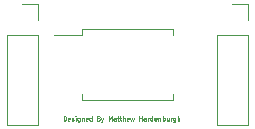
<source format=gto>
%TF.GenerationSoftware,KiCad,Pcbnew,5.1.10-88a1d61d58~88~ubuntu20.04.1*%
%TF.CreationDate,2021-05-12T22:29:20-07:00*%
%TF.ProjectId,8-pin_soic_ic_tht_breakout,382d7069-6e5f-4736-9f69-635f69635f74,rev?*%
%TF.SameCoordinates,Original*%
%TF.FileFunction,Legend,Top*%
%TF.FilePolarity,Positive*%
%FSLAX46Y46*%
G04 Gerber Fmt 4.6, Leading zero omitted, Abs format (unit mm)*
G04 Created by KiCad (PCBNEW 5.1.10-88a1d61d58~88~ubuntu20.04.1) date 2021-05-12 22:29:20*
%MOMM*%
%LPD*%
G01*
G04 APERTURE LIST*
%ADD10C,0.050800*%
%ADD11C,0.120000*%
G04 APERTURE END LIST*
D10*
X133014357Y-97454357D02*
X133014357Y-97073357D01*
X133105071Y-97073357D01*
X133159500Y-97091500D01*
X133195785Y-97127785D01*
X133213928Y-97164071D01*
X133232071Y-97236642D01*
X133232071Y-97291071D01*
X133213928Y-97363642D01*
X133195785Y-97399928D01*
X133159500Y-97436214D01*
X133105071Y-97454357D01*
X133014357Y-97454357D01*
X133540500Y-97436214D02*
X133504214Y-97454357D01*
X133431642Y-97454357D01*
X133395357Y-97436214D01*
X133377214Y-97399928D01*
X133377214Y-97254785D01*
X133395357Y-97218500D01*
X133431642Y-97200357D01*
X133504214Y-97200357D01*
X133540500Y-97218500D01*
X133558642Y-97254785D01*
X133558642Y-97291071D01*
X133377214Y-97327357D01*
X133703785Y-97436214D02*
X133740071Y-97454357D01*
X133812642Y-97454357D01*
X133848928Y-97436214D01*
X133867071Y-97399928D01*
X133867071Y-97381785D01*
X133848928Y-97345500D01*
X133812642Y-97327357D01*
X133758214Y-97327357D01*
X133721928Y-97309214D01*
X133703785Y-97272928D01*
X133703785Y-97254785D01*
X133721928Y-97218500D01*
X133758214Y-97200357D01*
X133812642Y-97200357D01*
X133848928Y-97218500D01*
X134030357Y-97454357D02*
X134030357Y-97200357D01*
X134030357Y-97073357D02*
X134012214Y-97091500D01*
X134030357Y-97109642D01*
X134048500Y-97091500D01*
X134030357Y-97073357D01*
X134030357Y-97109642D01*
X134375071Y-97200357D02*
X134375071Y-97508785D01*
X134356928Y-97545071D01*
X134338785Y-97563214D01*
X134302500Y-97581357D01*
X134248071Y-97581357D01*
X134211785Y-97563214D01*
X134375071Y-97436214D02*
X134338785Y-97454357D01*
X134266214Y-97454357D01*
X134229928Y-97436214D01*
X134211785Y-97418071D01*
X134193642Y-97381785D01*
X134193642Y-97272928D01*
X134211785Y-97236642D01*
X134229928Y-97218500D01*
X134266214Y-97200357D01*
X134338785Y-97200357D01*
X134375071Y-97218500D01*
X134556500Y-97200357D02*
X134556500Y-97454357D01*
X134556500Y-97236642D02*
X134574642Y-97218500D01*
X134610928Y-97200357D01*
X134665357Y-97200357D01*
X134701642Y-97218500D01*
X134719785Y-97254785D01*
X134719785Y-97454357D01*
X135046357Y-97436214D02*
X135010071Y-97454357D01*
X134937500Y-97454357D01*
X134901214Y-97436214D01*
X134883071Y-97399928D01*
X134883071Y-97254785D01*
X134901214Y-97218500D01*
X134937500Y-97200357D01*
X135010071Y-97200357D01*
X135046357Y-97218500D01*
X135064500Y-97254785D01*
X135064500Y-97291071D01*
X134883071Y-97327357D01*
X135391071Y-97454357D02*
X135391071Y-97073357D01*
X135391071Y-97436214D02*
X135354785Y-97454357D01*
X135282214Y-97454357D01*
X135245928Y-97436214D01*
X135227785Y-97418071D01*
X135209642Y-97381785D01*
X135209642Y-97272928D01*
X135227785Y-97236642D01*
X135245928Y-97218500D01*
X135282214Y-97200357D01*
X135354785Y-97200357D01*
X135391071Y-97218500D01*
X135989785Y-97254785D02*
X136044214Y-97272928D01*
X136062357Y-97291071D01*
X136080500Y-97327357D01*
X136080500Y-97381785D01*
X136062357Y-97418071D01*
X136044214Y-97436214D01*
X136007928Y-97454357D01*
X135862785Y-97454357D01*
X135862785Y-97073357D01*
X135989785Y-97073357D01*
X136026071Y-97091500D01*
X136044214Y-97109642D01*
X136062357Y-97145928D01*
X136062357Y-97182214D01*
X136044214Y-97218500D01*
X136026071Y-97236642D01*
X135989785Y-97254785D01*
X135862785Y-97254785D01*
X136207500Y-97200357D02*
X136298214Y-97454357D01*
X136388928Y-97200357D02*
X136298214Y-97454357D01*
X136261928Y-97545071D01*
X136243785Y-97563214D01*
X136207500Y-97581357D01*
X136824357Y-97454357D02*
X136824357Y-97073357D01*
X136951357Y-97345500D01*
X137078357Y-97073357D01*
X137078357Y-97454357D01*
X137423071Y-97454357D02*
X137423071Y-97254785D01*
X137404928Y-97218500D01*
X137368642Y-97200357D01*
X137296071Y-97200357D01*
X137259785Y-97218500D01*
X137423071Y-97436214D02*
X137386785Y-97454357D01*
X137296071Y-97454357D01*
X137259785Y-97436214D01*
X137241642Y-97399928D01*
X137241642Y-97363642D01*
X137259785Y-97327357D01*
X137296071Y-97309214D01*
X137386785Y-97309214D01*
X137423071Y-97291071D01*
X137550071Y-97200357D02*
X137695214Y-97200357D01*
X137604500Y-97073357D02*
X137604500Y-97399928D01*
X137622642Y-97436214D01*
X137658928Y-97454357D01*
X137695214Y-97454357D01*
X137767785Y-97200357D02*
X137912928Y-97200357D01*
X137822214Y-97073357D02*
X137822214Y-97399928D01*
X137840357Y-97436214D01*
X137876642Y-97454357D01*
X137912928Y-97454357D01*
X138039928Y-97454357D02*
X138039928Y-97073357D01*
X138203214Y-97454357D02*
X138203214Y-97254785D01*
X138185071Y-97218500D01*
X138148785Y-97200357D01*
X138094357Y-97200357D01*
X138058071Y-97218500D01*
X138039928Y-97236642D01*
X138529785Y-97436214D02*
X138493500Y-97454357D01*
X138420928Y-97454357D01*
X138384642Y-97436214D01*
X138366500Y-97399928D01*
X138366500Y-97254785D01*
X138384642Y-97218500D01*
X138420928Y-97200357D01*
X138493500Y-97200357D01*
X138529785Y-97218500D01*
X138547928Y-97254785D01*
X138547928Y-97291071D01*
X138366500Y-97327357D01*
X138674928Y-97200357D02*
X138747500Y-97454357D01*
X138820071Y-97272928D01*
X138892642Y-97454357D01*
X138965214Y-97200357D01*
X139400642Y-97454357D02*
X139400642Y-97073357D01*
X139400642Y-97254785D02*
X139618357Y-97254785D01*
X139618357Y-97454357D02*
X139618357Y-97073357D01*
X139963071Y-97454357D02*
X139963071Y-97254785D01*
X139944928Y-97218500D01*
X139908642Y-97200357D01*
X139836071Y-97200357D01*
X139799785Y-97218500D01*
X139963071Y-97436214D02*
X139926785Y-97454357D01*
X139836071Y-97454357D01*
X139799785Y-97436214D01*
X139781642Y-97399928D01*
X139781642Y-97363642D01*
X139799785Y-97327357D01*
X139836071Y-97309214D01*
X139926785Y-97309214D01*
X139963071Y-97291071D01*
X140144500Y-97454357D02*
X140144500Y-97200357D01*
X140144500Y-97272928D02*
X140162642Y-97236642D01*
X140180785Y-97218500D01*
X140217071Y-97200357D01*
X140253357Y-97200357D01*
X140543642Y-97454357D02*
X140543642Y-97073357D01*
X140543642Y-97436214D02*
X140507357Y-97454357D01*
X140434785Y-97454357D01*
X140398500Y-97436214D01*
X140380357Y-97418071D01*
X140362214Y-97381785D01*
X140362214Y-97272928D01*
X140380357Y-97236642D01*
X140398500Y-97218500D01*
X140434785Y-97200357D01*
X140507357Y-97200357D01*
X140543642Y-97218500D01*
X140870214Y-97436214D02*
X140833928Y-97454357D01*
X140761357Y-97454357D01*
X140725071Y-97436214D01*
X140706928Y-97399928D01*
X140706928Y-97254785D01*
X140725071Y-97218500D01*
X140761357Y-97200357D01*
X140833928Y-97200357D01*
X140870214Y-97218500D01*
X140888357Y-97254785D01*
X140888357Y-97291071D01*
X140706928Y-97327357D01*
X141051642Y-97200357D02*
X141051642Y-97454357D01*
X141051642Y-97236642D02*
X141069785Y-97218500D01*
X141106071Y-97200357D01*
X141160500Y-97200357D01*
X141196785Y-97218500D01*
X141214928Y-97254785D01*
X141214928Y-97454357D01*
X141396357Y-97454357D02*
X141396357Y-97073357D01*
X141396357Y-97218500D02*
X141432642Y-97200357D01*
X141505214Y-97200357D01*
X141541500Y-97218500D01*
X141559642Y-97236642D01*
X141577785Y-97272928D01*
X141577785Y-97381785D01*
X141559642Y-97418071D01*
X141541500Y-97436214D01*
X141505214Y-97454357D01*
X141432642Y-97454357D01*
X141396357Y-97436214D01*
X141904357Y-97200357D02*
X141904357Y-97454357D01*
X141741071Y-97200357D02*
X141741071Y-97399928D01*
X141759214Y-97436214D01*
X141795500Y-97454357D01*
X141849928Y-97454357D01*
X141886214Y-97436214D01*
X141904357Y-97418071D01*
X142085785Y-97454357D02*
X142085785Y-97200357D01*
X142085785Y-97272928D02*
X142103928Y-97236642D01*
X142122071Y-97218500D01*
X142158357Y-97200357D01*
X142194642Y-97200357D01*
X142484928Y-97200357D02*
X142484928Y-97508785D01*
X142466785Y-97545071D01*
X142448642Y-97563214D01*
X142412357Y-97581357D01*
X142357928Y-97581357D01*
X142321642Y-97563214D01*
X142484928Y-97436214D02*
X142448642Y-97454357D01*
X142376071Y-97454357D01*
X142339785Y-97436214D01*
X142321642Y-97418071D01*
X142303500Y-97381785D01*
X142303500Y-97272928D01*
X142321642Y-97236642D01*
X142339785Y-97218500D01*
X142376071Y-97200357D01*
X142448642Y-97200357D01*
X142484928Y-97218500D01*
X142666357Y-97454357D02*
X142666357Y-97073357D01*
X142829642Y-97454357D02*
X142829642Y-97254785D01*
X142811500Y-97218500D01*
X142775214Y-97200357D01*
X142720785Y-97200357D01*
X142684500Y-97218500D01*
X142666357Y-97236642D01*
D11*
%TO.C,REF\u002A\u002A*%
X147320000Y-87570000D02*
X148650000Y-87570000D01*
X148650000Y-87570000D02*
X148650000Y-88900000D01*
X148650000Y-90170000D02*
X148650000Y-97850000D01*
X145990000Y-97850000D02*
X148650000Y-97850000D01*
X145990000Y-90170000D02*
X145990000Y-97850000D01*
X145990000Y-90170000D02*
X148650000Y-90170000D01*
X129540000Y-87570000D02*
X130870000Y-87570000D01*
X130870000Y-87570000D02*
X130870000Y-88900000D01*
X130870000Y-90170000D02*
X130870000Y-97850000D01*
X128210000Y-97850000D02*
X130870000Y-97850000D01*
X128210000Y-90170000D02*
X128210000Y-97850000D01*
X128210000Y-90170000D02*
X130870000Y-90170000D01*
X134570000Y-90245000D02*
X132205000Y-90245000D01*
X134570000Y-89675000D02*
X134570000Y-90245000D01*
X138430000Y-89675000D02*
X134570000Y-89675000D01*
X142290000Y-89675000D02*
X142290000Y-90245000D01*
X138430000Y-89675000D02*
X142290000Y-89675000D01*
X134570000Y-95745000D02*
X134570000Y-95175000D01*
X138430000Y-95745000D02*
X134570000Y-95745000D01*
X142290000Y-95745000D02*
X142290000Y-95175000D01*
X138430000Y-95745000D02*
X142290000Y-95745000D01*
%TD*%
M02*

</source>
